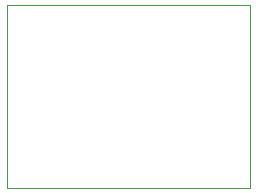
<source format=gbr>
%TF.GenerationSoftware,KiCad,Pcbnew,(6.0.10)*%
%TF.CreationDate,2023-01-04T22:28:52+01:00*%
%TF.ProjectId,SOT23 Breakout,534f5432-3320-4427-9265-616b6f75742e,rev?*%
%TF.SameCoordinates,Original*%
%TF.FileFunction,Profile,NP*%
%FSLAX46Y46*%
G04 Gerber Fmt 4.6, Leading zero omitted, Abs format (unit mm)*
G04 Created by KiCad (PCBNEW (6.0.10)) date 2023-01-04 22:28:52*
%MOMM*%
%LPD*%
G01*
G04 APERTURE LIST*
%TA.AperFunction,Profile*%
%ADD10C,0.100000*%
%TD*%
G04 APERTURE END LIST*
D10*
X137033000Y-93853000D02*
X157607000Y-93853000D01*
X157607000Y-93853000D02*
X157607000Y-109347000D01*
X157607000Y-109347000D02*
X137033000Y-109347000D01*
X137033000Y-109347000D02*
X137033000Y-93853000D01*
M02*

</source>
